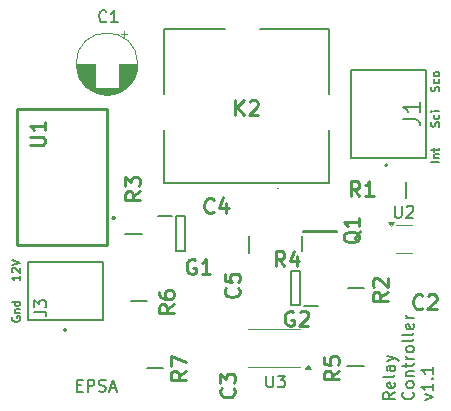
<source format=gbr>
%TF.GenerationSoftware,KiCad,Pcbnew,8.0.2*%
%TF.CreationDate,2024-09-26T13:59:12+02:00*%
%TF.ProjectId,AIR Controller,41495220-436f-46e7-9472-6f6c6c65722e,rev?*%
%TF.SameCoordinates,Original*%
%TF.FileFunction,Legend,Top*%
%TF.FilePolarity,Positive*%
%FSLAX46Y46*%
G04 Gerber Fmt 4.6, Leading zero omitted, Abs format (unit mm)*
G04 Created by KiCad (PCBNEW 8.0.2) date 2024-09-26 13:59:12*
%MOMM*%
%LPD*%
G01*
G04 APERTURE LIST*
%ADD10C,0.175000*%
%ADD11C,0.200000*%
%ADD12C,0.150000*%
%ADD13C,0.254000*%
%ADD14C,0.053000*%
%ADD15C,0.120000*%
%ADD16C,0.127000*%
G04 APERTURE END LIST*
D10*
X187405233Y-64718202D02*
X186705233Y-64718202D01*
X186938566Y-64384869D02*
X187405233Y-64384869D01*
X187005233Y-64384869D02*
X186971900Y-64351536D01*
X186971900Y-64351536D02*
X186938566Y-64284869D01*
X186938566Y-64284869D02*
X186938566Y-64184869D01*
X186938566Y-64184869D02*
X186971900Y-64118202D01*
X186971900Y-64118202D02*
X187038566Y-64084869D01*
X187038566Y-64084869D02*
X187405233Y-64084869D01*
X186938566Y-63851536D02*
X186938566Y-63584869D01*
X186705233Y-63751536D02*
X187305233Y-63751536D01*
X187305233Y-63751536D02*
X187371900Y-63718203D01*
X187371900Y-63718203D02*
X187405233Y-63651536D01*
X187405233Y-63651536D02*
X187405233Y-63584869D01*
X187371900Y-61751535D02*
X187405233Y-61651535D01*
X187405233Y-61651535D02*
X187405233Y-61484869D01*
X187405233Y-61484869D02*
X187371900Y-61418202D01*
X187371900Y-61418202D02*
X187338566Y-61384869D01*
X187338566Y-61384869D02*
X187271900Y-61351535D01*
X187271900Y-61351535D02*
X187205233Y-61351535D01*
X187205233Y-61351535D02*
X187138566Y-61384869D01*
X187138566Y-61384869D02*
X187105233Y-61418202D01*
X187105233Y-61418202D02*
X187071900Y-61484869D01*
X187071900Y-61484869D02*
X187038566Y-61618202D01*
X187038566Y-61618202D02*
X187005233Y-61684869D01*
X187005233Y-61684869D02*
X186971900Y-61718202D01*
X186971900Y-61718202D02*
X186905233Y-61751535D01*
X186905233Y-61751535D02*
X186838566Y-61751535D01*
X186838566Y-61751535D02*
X186771900Y-61718202D01*
X186771900Y-61718202D02*
X186738566Y-61684869D01*
X186738566Y-61684869D02*
X186705233Y-61618202D01*
X186705233Y-61618202D02*
X186705233Y-61451535D01*
X186705233Y-61451535D02*
X186738566Y-61351535D01*
X187371900Y-60751535D02*
X187405233Y-60818202D01*
X187405233Y-60818202D02*
X187405233Y-60951535D01*
X187405233Y-60951535D02*
X187371900Y-61018202D01*
X187371900Y-61018202D02*
X187338566Y-61051535D01*
X187338566Y-61051535D02*
X187271900Y-61084868D01*
X187271900Y-61084868D02*
X187071900Y-61084868D01*
X187071900Y-61084868D02*
X187005233Y-61051535D01*
X187005233Y-61051535D02*
X186971900Y-61018202D01*
X186971900Y-61018202D02*
X186938566Y-60951535D01*
X186938566Y-60951535D02*
X186938566Y-60818202D01*
X186938566Y-60818202D02*
X186971900Y-60751535D01*
X187405233Y-60451535D02*
X186938566Y-60451535D01*
X186705233Y-60451535D02*
X186738566Y-60484868D01*
X186738566Y-60484868D02*
X186771900Y-60451535D01*
X186771900Y-60451535D02*
X186738566Y-60418202D01*
X186738566Y-60418202D02*
X186705233Y-60451535D01*
X186705233Y-60451535D02*
X186771900Y-60451535D01*
X151905233Y-74351535D02*
X151905233Y-74751535D01*
X151905233Y-74551535D02*
X151205233Y-74551535D01*
X151205233Y-74551535D02*
X151305233Y-74618202D01*
X151305233Y-74618202D02*
X151371900Y-74684869D01*
X151371900Y-74684869D02*
X151405233Y-74751535D01*
X151271900Y-74084868D02*
X151238566Y-74051535D01*
X151238566Y-74051535D02*
X151205233Y-73984868D01*
X151205233Y-73984868D02*
X151205233Y-73818202D01*
X151205233Y-73818202D02*
X151238566Y-73751535D01*
X151238566Y-73751535D02*
X151271900Y-73718202D01*
X151271900Y-73718202D02*
X151338566Y-73684868D01*
X151338566Y-73684868D02*
X151405233Y-73684868D01*
X151405233Y-73684868D02*
X151505233Y-73718202D01*
X151505233Y-73718202D02*
X151905233Y-74118202D01*
X151905233Y-74118202D02*
X151905233Y-73684868D01*
X151205233Y-73484868D02*
X151905233Y-73251535D01*
X151905233Y-73251535D02*
X151205233Y-73018201D01*
X151238566Y-77851535D02*
X151205233Y-77918202D01*
X151205233Y-77918202D02*
X151205233Y-78018202D01*
X151205233Y-78018202D02*
X151238566Y-78118202D01*
X151238566Y-78118202D02*
X151305233Y-78184869D01*
X151305233Y-78184869D02*
X151371900Y-78218202D01*
X151371900Y-78218202D02*
X151505233Y-78251535D01*
X151505233Y-78251535D02*
X151605233Y-78251535D01*
X151605233Y-78251535D02*
X151738566Y-78218202D01*
X151738566Y-78218202D02*
X151805233Y-78184869D01*
X151805233Y-78184869D02*
X151871900Y-78118202D01*
X151871900Y-78118202D02*
X151905233Y-78018202D01*
X151905233Y-78018202D02*
X151905233Y-77951535D01*
X151905233Y-77951535D02*
X151871900Y-77851535D01*
X151871900Y-77851535D02*
X151838566Y-77818202D01*
X151838566Y-77818202D02*
X151605233Y-77818202D01*
X151605233Y-77818202D02*
X151605233Y-77951535D01*
X151438566Y-77518202D02*
X151905233Y-77518202D01*
X151505233Y-77518202D02*
X151471900Y-77484869D01*
X151471900Y-77484869D02*
X151438566Y-77418202D01*
X151438566Y-77418202D02*
X151438566Y-77318202D01*
X151438566Y-77318202D02*
X151471900Y-77251535D01*
X151471900Y-77251535D02*
X151538566Y-77218202D01*
X151538566Y-77218202D02*
X151905233Y-77218202D01*
X151905233Y-76584869D02*
X151205233Y-76584869D01*
X151871900Y-76584869D02*
X151905233Y-76651536D01*
X151905233Y-76651536D02*
X151905233Y-76784869D01*
X151905233Y-76784869D02*
X151871900Y-76851536D01*
X151871900Y-76851536D02*
X151838566Y-76884869D01*
X151838566Y-76884869D02*
X151771900Y-76918202D01*
X151771900Y-76918202D02*
X151571900Y-76918202D01*
X151571900Y-76918202D02*
X151505233Y-76884869D01*
X151505233Y-76884869D02*
X151471900Y-76851536D01*
X151471900Y-76851536D02*
X151438566Y-76784869D01*
X151438566Y-76784869D02*
X151438566Y-76651536D01*
X151438566Y-76651536D02*
X151471900Y-76584869D01*
D11*
X183647331Y-84225098D02*
X183171140Y-84558431D01*
X183647331Y-84796526D02*
X182647331Y-84796526D01*
X182647331Y-84796526D02*
X182647331Y-84415574D01*
X182647331Y-84415574D02*
X182694950Y-84320336D01*
X182694950Y-84320336D02*
X182742569Y-84272717D01*
X182742569Y-84272717D02*
X182837807Y-84225098D01*
X182837807Y-84225098D02*
X182980664Y-84225098D01*
X182980664Y-84225098D02*
X183075902Y-84272717D01*
X183075902Y-84272717D02*
X183123521Y-84320336D01*
X183123521Y-84320336D02*
X183171140Y-84415574D01*
X183171140Y-84415574D02*
X183171140Y-84796526D01*
X183599712Y-83415574D02*
X183647331Y-83510812D01*
X183647331Y-83510812D02*
X183647331Y-83701288D01*
X183647331Y-83701288D02*
X183599712Y-83796526D01*
X183599712Y-83796526D02*
X183504473Y-83844145D01*
X183504473Y-83844145D02*
X183123521Y-83844145D01*
X183123521Y-83844145D02*
X183028283Y-83796526D01*
X183028283Y-83796526D02*
X182980664Y-83701288D01*
X182980664Y-83701288D02*
X182980664Y-83510812D01*
X182980664Y-83510812D02*
X183028283Y-83415574D01*
X183028283Y-83415574D02*
X183123521Y-83367955D01*
X183123521Y-83367955D02*
X183218759Y-83367955D01*
X183218759Y-83367955D02*
X183313997Y-83844145D01*
X183647331Y-82796526D02*
X183599712Y-82891764D01*
X183599712Y-82891764D02*
X183504473Y-82939383D01*
X183504473Y-82939383D02*
X182647331Y-82939383D01*
X183647331Y-81987002D02*
X183123521Y-81987002D01*
X183123521Y-81987002D02*
X183028283Y-82034621D01*
X183028283Y-82034621D02*
X182980664Y-82129859D01*
X182980664Y-82129859D02*
X182980664Y-82320335D01*
X182980664Y-82320335D02*
X183028283Y-82415573D01*
X183599712Y-81987002D02*
X183647331Y-82082240D01*
X183647331Y-82082240D02*
X183647331Y-82320335D01*
X183647331Y-82320335D02*
X183599712Y-82415573D01*
X183599712Y-82415573D02*
X183504473Y-82463192D01*
X183504473Y-82463192D02*
X183409235Y-82463192D01*
X183409235Y-82463192D02*
X183313997Y-82415573D01*
X183313997Y-82415573D02*
X183266378Y-82320335D01*
X183266378Y-82320335D02*
X183266378Y-82082240D01*
X183266378Y-82082240D02*
X183218759Y-81987002D01*
X182980664Y-81606049D02*
X183647331Y-81367954D01*
X182980664Y-81129859D02*
X183647331Y-81367954D01*
X183647331Y-81367954D02*
X183885426Y-81463192D01*
X183885426Y-81463192D02*
X183933045Y-81510811D01*
X183933045Y-81510811D02*
X183980664Y-81606049D01*
X185162036Y-84225098D02*
X185209656Y-84272717D01*
X185209656Y-84272717D02*
X185257275Y-84415574D01*
X185257275Y-84415574D02*
X185257275Y-84510812D01*
X185257275Y-84510812D02*
X185209656Y-84653669D01*
X185209656Y-84653669D02*
X185114417Y-84748907D01*
X185114417Y-84748907D02*
X185019179Y-84796526D01*
X185019179Y-84796526D02*
X184828703Y-84844145D01*
X184828703Y-84844145D02*
X184685846Y-84844145D01*
X184685846Y-84844145D02*
X184495370Y-84796526D01*
X184495370Y-84796526D02*
X184400132Y-84748907D01*
X184400132Y-84748907D02*
X184304894Y-84653669D01*
X184304894Y-84653669D02*
X184257275Y-84510812D01*
X184257275Y-84510812D02*
X184257275Y-84415574D01*
X184257275Y-84415574D02*
X184304894Y-84272717D01*
X184304894Y-84272717D02*
X184352513Y-84225098D01*
X185257275Y-83653669D02*
X185209656Y-83748907D01*
X185209656Y-83748907D02*
X185162036Y-83796526D01*
X185162036Y-83796526D02*
X185066798Y-83844145D01*
X185066798Y-83844145D02*
X184781084Y-83844145D01*
X184781084Y-83844145D02*
X184685846Y-83796526D01*
X184685846Y-83796526D02*
X184638227Y-83748907D01*
X184638227Y-83748907D02*
X184590608Y-83653669D01*
X184590608Y-83653669D02*
X184590608Y-83510812D01*
X184590608Y-83510812D02*
X184638227Y-83415574D01*
X184638227Y-83415574D02*
X184685846Y-83367955D01*
X184685846Y-83367955D02*
X184781084Y-83320336D01*
X184781084Y-83320336D02*
X185066798Y-83320336D01*
X185066798Y-83320336D02*
X185162036Y-83367955D01*
X185162036Y-83367955D02*
X185209656Y-83415574D01*
X185209656Y-83415574D02*
X185257275Y-83510812D01*
X185257275Y-83510812D02*
X185257275Y-83653669D01*
X184590608Y-82891764D02*
X185257275Y-82891764D01*
X184685846Y-82891764D02*
X184638227Y-82844145D01*
X184638227Y-82844145D02*
X184590608Y-82748907D01*
X184590608Y-82748907D02*
X184590608Y-82606050D01*
X184590608Y-82606050D02*
X184638227Y-82510812D01*
X184638227Y-82510812D02*
X184733465Y-82463193D01*
X184733465Y-82463193D02*
X185257275Y-82463193D01*
X184590608Y-82129859D02*
X184590608Y-81748907D01*
X184257275Y-81987002D02*
X185114417Y-81987002D01*
X185114417Y-81987002D02*
X185209656Y-81939383D01*
X185209656Y-81939383D02*
X185257275Y-81844145D01*
X185257275Y-81844145D02*
X185257275Y-81748907D01*
X185257275Y-81415573D02*
X184590608Y-81415573D01*
X184781084Y-81415573D02*
X184685846Y-81367954D01*
X184685846Y-81367954D02*
X184638227Y-81320335D01*
X184638227Y-81320335D02*
X184590608Y-81225097D01*
X184590608Y-81225097D02*
X184590608Y-81129859D01*
X185257275Y-80653668D02*
X185209656Y-80748906D01*
X185209656Y-80748906D02*
X185162036Y-80796525D01*
X185162036Y-80796525D02*
X185066798Y-80844144D01*
X185066798Y-80844144D02*
X184781084Y-80844144D01*
X184781084Y-80844144D02*
X184685846Y-80796525D01*
X184685846Y-80796525D02*
X184638227Y-80748906D01*
X184638227Y-80748906D02*
X184590608Y-80653668D01*
X184590608Y-80653668D02*
X184590608Y-80510811D01*
X184590608Y-80510811D02*
X184638227Y-80415573D01*
X184638227Y-80415573D02*
X184685846Y-80367954D01*
X184685846Y-80367954D02*
X184781084Y-80320335D01*
X184781084Y-80320335D02*
X185066798Y-80320335D01*
X185066798Y-80320335D02*
X185162036Y-80367954D01*
X185162036Y-80367954D02*
X185209656Y-80415573D01*
X185209656Y-80415573D02*
X185257275Y-80510811D01*
X185257275Y-80510811D02*
X185257275Y-80653668D01*
X185257275Y-79748906D02*
X185209656Y-79844144D01*
X185209656Y-79844144D02*
X185114417Y-79891763D01*
X185114417Y-79891763D02*
X184257275Y-79891763D01*
X185257275Y-79225096D02*
X185209656Y-79320334D01*
X185209656Y-79320334D02*
X185114417Y-79367953D01*
X185114417Y-79367953D02*
X184257275Y-79367953D01*
X185209656Y-78463191D02*
X185257275Y-78558429D01*
X185257275Y-78558429D02*
X185257275Y-78748905D01*
X185257275Y-78748905D02*
X185209656Y-78844143D01*
X185209656Y-78844143D02*
X185114417Y-78891762D01*
X185114417Y-78891762D02*
X184733465Y-78891762D01*
X184733465Y-78891762D02*
X184638227Y-78844143D01*
X184638227Y-78844143D02*
X184590608Y-78748905D01*
X184590608Y-78748905D02*
X184590608Y-78558429D01*
X184590608Y-78558429D02*
X184638227Y-78463191D01*
X184638227Y-78463191D02*
X184733465Y-78415572D01*
X184733465Y-78415572D02*
X184828703Y-78415572D01*
X184828703Y-78415572D02*
X184923941Y-78891762D01*
X185257275Y-77987000D02*
X184590608Y-77987000D01*
X184781084Y-77987000D02*
X184685846Y-77939381D01*
X184685846Y-77939381D02*
X184638227Y-77891762D01*
X184638227Y-77891762D02*
X184590608Y-77796524D01*
X184590608Y-77796524D02*
X184590608Y-77701286D01*
X186200552Y-84891764D02*
X186867219Y-84653669D01*
X186867219Y-84653669D02*
X186200552Y-84415574D01*
X186867219Y-83510812D02*
X186867219Y-84082240D01*
X186867219Y-83796526D02*
X185867219Y-83796526D01*
X185867219Y-83796526D02*
X186010076Y-83891764D01*
X186010076Y-83891764D02*
X186105314Y-83987002D01*
X186105314Y-83987002D02*
X186152933Y-84082240D01*
X186771980Y-83082240D02*
X186819600Y-83034621D01*
X186819600Y-83034621D02*
X186867219Y-83082240D01*
X186867219Y-83082240D02*
X186819600Y-83129859D01*
X186819600Y-83129859D02*
X186771980Y-83082240D01*
X186771980Y-83082240D02*
X186867219Y-83082240D01*
X186867219Y-82082241D02*
X186867219Y-82653669D01*
X186867219Y-82367955D02*
X185867219Y-82367955D01*
X185867219Y-82367955D02*
X186010076Y-82463193D01*
X186010076Y-82463193D02*
X186105314Y-82558431D01*
X186105314Y-82558431D02*
X186152933Y-82653669D01*
D12*
X156724579Y-83648609D02*
X157057912Y-83648609D01*
X157200769Y-84172419D02*
X156724579Y-84172419D01*
X156724579Y-84172419D02*
X156724579Y-83172419D01*
X156724579Y-83172419D02*
X157200769Y-83172419D01*
X157629341Y-84172419D02*
X157629341Y-83172419D01*
X157629341Y-83172419D02*
X158010293Y-83172419D01*
X158010293Y-83172419D02*
X158105531Y-83220038D01*
X158105531Y-83220038D02*
X158153150Y-83267657D01*
X158153150Y-83267657D02*
X158200769Y-83362895D01*
X158200769Y-83362895D02*
X158200769Y-83505752D01*
X158200769Y-83505752D02*
X158153150Y-83600990D01*
X158153150Y-83600990D02*
X158105531Y-83648609D01*
X158105531Y-83648609D02*
X158010293Y-83696228D01*
X158010293Y-83696228D02*
X157629341Y-83696228D01*
X158581722Y-84124800D02*
X158724579Y-84172419D01*
X158724579Y-84172419D02*
X158962674Y-84172419D01*
X158962674Y-84172419D02*
X159057912Y-84124800D01*
X159057912Y-84124800D02*
X159105531Y-84077180D01*
X159105531Y-84077180D02*
X159153150Y-83981942D01*
X159153150Y-83981942D02*
X159153150Y-83886704D01*
X159153150Y-83886704D02*
X159105531Y-83791466D01*
X159105531Y-83791466D02*
X159057912Y-83743847D01*
X159057912Y-83743847D02*
X158962674Y-83696228D01*
X158962674Y-83696228D02*
X158772198Y-83648609D01*
X158772198Y-83648609D02*
X158676960Y-83600990D01*
X158676960Y-83600990D02*
X158629341Y-83553371D01*
X158629341Y-83553371D02*
X158581722Y-83458133D01*
X158581722Y-83458133D02*
X158581722Y-83362895D01*
X158581722Y-83362895D02*
X158629341Y-83267657D01*
X158629341Y-83267657D02*
X158676960Y-83220038D01*
X158676960Y-83220038D02*
X158772198Y-83172419D01*
X158772198Y-83172419D02*
X159010293Y-83172419D01*
X159010293Y-83172419D02*
X159153150Y-83220038D01*
X159534103Y-83886704D02*
X160010293Y-83886704D01*
X159438865Y-84172419D02*
X159772198Y-83172419D01*
X159772198Y-83172419D02*
X160105531Y-84172419D01*
D10*
X187371900Y-58751535D02*
X187405233Y-58651535D01*
X187405233Y-58651535D02*
X187405233Y-58484869D01*
X187405233Y-58484869D02*
X187371900Y-58418202D01*
X187371900Y-58418202D02*
X187338566Y-58384869D01*
X187338566Y-58384869D02*
X187271900Y-58351535D01*
X187271900Y-58351535D02*
X187205233Y-58351535D01*
X187205233Y-58351535D02*
X187138566Y-58384869D01*
X187138566Y-58384869D02*
X187105233Y-58418202D01*
X187105233Y-58418202D02*
X187071900Y-58484869D01*
X187071900Y-58484869D02*
X187038566Y-58618202D01*
X187038566Y-58618202D02*
X187005233Y-58684869D01*
X187005233Y-58684869D02*
X186971900Y-58718202D01*
X186971900Y-58718202D02*
X186905233Y-58751535D01*
X186905233Y-58751535D02*
X186838566Y-58751535D01*
X186838566Y-58751535D02*
X186771900Y-58718202D01*
X186771900Y-58718202D02*
X186738566Y-58684869D01*
X186738566Y-58684869D02*
X186705233Y-58618202D01*
X186705233Y-58618202D02*
X186705233Y-58451535D01*
X186705233Y-58451535D02*
X186738566Y-58351535D01*
X187371900Y-57751535D02*
X187405233Y-57818202D01*
X187405233Y-57818202D02*
X187405233Y-57951535D01*
X187405233Y-57951535D02*
X187371900Y-58018202D01*
X187371900Y-58018202D02*
X187338566Y-58051535D01*
X187338566Y-58051535D02*
X187271900Y-58084868D01*
X187271900Y-58084868D02*
X187071900Y-58084868D01*
X187071900Y-58084868D02*
X187005233Y-58051535D01*
X187005233Y-58051535D02*
X186971900Y-58018202D01*
X186971900Y-58018202D02*
X186938566Y-57951535D01*
X186938566Y-57951535D02*
X186938566Y-57818202D01*
X186938566Y-57818202D02*
X186971900Y-57751535D01*
X187405233Y-57351535D02*
X187371900Y-57418202D01*
X187371900Y-57418202D02*
X187338566Y-57451535D01*
X187338566Y-57451535D02*
X187271900Y-57484868D01*
X187271900Y-57484868D02*
X187071900Y-57484868D01*
X187071900Y-57484868D02*
X187005233Y-57451535D01*
X187005233Y-57451535D02*
X186971900Y-57418202D01*
X186971900Y-57418202D02*
X186938566Y-57351535D01*
X186938566Y-57351535D02*
X186938566Y-57251535D01*
X186938566Y-57251535D02*
X186971900Y-57184868D01*
X186971900Y-57184868D02*
X187005233Y-57151535D01*
X187005233Y-57151535D02*
X187071900Y-57118202D01*
X187071900Y-57118202D02*
X187271900Y-57118202D01*
X187271900Y-57118202D02*
X187338566Y-57151535D01*
X187338566Y-57151535D02*
X187371900Y-57184868D01*
X187371900Y-57184868D02*
X187405233Y-57251535D01*
X187405233Y-57251535D02*
X187405233Y-57351535D01*
D13*
X180636333Y-67630318D02*
X180212999Y-67025556D01*
X179910618Y-67630318D02*
X179910618Y-66360318D01*
X179910618Y-66360318D02*
X180394428Y-66360318D01*
X180394428Y-66360318D02*
X180515380Y-66420794D01*
X180515380Y-66420794D02*
X180575857Y-66481270D01*
X180575857Y-66481270D02*
X180636333Y-66602222D01*
X180636333Y-66602222D02*
X180636333Y-66783651D01*
X180636333Y-66783651D02*
X180575857Y-66904603D01*
X180575857Y-66904603D02*
X180515380Y-66965080D01*
X180515380Y-66965080D02*
X180394428Y-67025556D01*
X180394428Y-67025556D02*
X179910618Y-67025556D01*
X181845857Y-67630318D02*
X181120142Y-67630318D01*
X181482999Y-67630318D02*
X181482999Y-66360318D01*
X181482999Y-66360318D02*
X181362047Y-66541746D01*
X181362047Y-66541746D02*
X181241095Y-66662699D01*
X181241095Y-66662699D02*
X181120142Y-66723175D01*
X170132118Y-60772818D02*
X170132118Y-59502818D01*
X170857833Y-60772818D02*
X170313547Y-60047103D01*
X170857833Y-59502818D02*
X170132118Y-60228532D01*
X171341642Y-59623770D02*
X171402118Y-59563294D01*
X171402118Y-59563294D02*
X171523071Y-59502818D01*
X171523071Y-59502818D02*
X171825452Y-59502818D01*
X171825452Y-59502818D02*
X171946404Y-59563294D01*
X171946404Y-59563294D02*
X172006880Y-59623770D01*
X172006880Y-59623770D02*
X172067357Y-59744722D01*
X172067357Y-59744722D02*
X172067357Y-59865675D01*
X172067357Y-59865675D02*
X172006880Y-60047103D01*
X172006880Y-60047103D02*
X171281166Y-60772818D01*
X171281166Y-60772818D02*
X172067357Y-60772818D01*
X170379365Y-75395666D02*
X170439842Y-75456142D01*
X170439842Y-75456142D02*
X170500318Y-75637571D01*
X170500318Y-75637571D02*
X170500318Y-75758523D01*
X170500318Y-75758523D02*
X170439842Y-75939952D01*
X170439842Y-75939952D02*
X170318889Y-76060904D01*
X170318889Y-76060904D02*
X170197937Y-76121381D01*
X170197937Y-76121381D02*
X169956032Y-76181857D01*
X169956032Y-76181857D02*
X169774603Y-76181857D01*
X169774603Y-76181857D02*
X169532699Y-76121381D01*
X169532699Y-76121381D02*
X169411746Y-76060904D01*
X169411746Y-76060904D02*
X169290794Y-75939952D01*
X169290794Y-75939952D02*
X169230318Y-75758523D01*
X169230318Y-75758523D02*
X169230318Y-75637571D01*
X169230318Y-75637571D02*
X169290794Y-75456142D01*
X169290794Y-75456142D02*
X169351270Y-75395666D01*
X169230318Y-74246619D02*
X169230318Y-74851381D01*
X169230318Y-74851381D02*
X169835080Y-74911857D01*
X169835080Y-74911857D02*
X169774603Y-74851381D01*
X169774603Y-74851381D02*
X169714127Y-74730428D01*
X169714127Y-74730428D02*
X169714127Y-74428047D01*
X169714127Y-74428047D02*
X169774603Y-74307095D01*
X169774603Y-74307095D02*
X169835080Y-74246619D01*
X169835080Y-74246619D02*
X169956032Y-74186142D01*
X169956032Y-74186142D02*
X170258413Y-74186142D01*
X170258413Y-74186142D02*
X170379365Y-74246619D01*
X170379365Y-74246619D02*
X170439842Y-74307095D01*
X170439842Y-74307095D02*
X170500318Y-74428047D01*
X170500318Y-74428047D02*
X170500318Y-74730428D01*
X170500318Y-74730428D02*
X170439842Y-74851381D01*
X170439842Y-74851381D02*
X170379365Y-74911857D01*
D12*
X172770895Y-82817619D02*
X172770895Y-83627142D01*
X172770895Y-83627142D02*
X172818514Y-83722380D01*
X172818514Y-83722380D02*
X172866133Y-83770000D01*
X172866133Y-83770000D02*
X172961371Y-83817619D01*
X172961371Y-83817619D02*
X173151847Y-83817619D01*
X173151847Y-83817619D02*
X173247085Y-83770000D01*
X173247085Y-83770000D02*
X173294704Y-83722380D01*
X173294704Y-83722380D02*
X173342323Y-83627142D01*
X173342323Y-83627142D02*
X173342323Y-82817619D01*
X173723276Y-82817619D02*
X174342323Y-82817619D01*
X174342323Y-82817619D02*
X174008990Y-83198571D01*
X174008990Y-83198571D02*
X174151847Y-83198571D01*
X174151847Y-83198571D02*
X174247085Y-83246190D01*
X174247085Y-83246190D02*
X174294704Y-83293809D01*
X174294704Y-83293809D02*
X174342323Y-83389047D01*
X174342323Y-83389047D02*
X174342323Y-83627142D01*
X174342323Y-83627142D02*
X174294704Y-83722380D01*
X174294704Y-83722380D02*
X174247085Y-83770000D01*
X174247085Y-83770000D02*
X174151847Y-83817619D01*
X174151847Y-83817619D02*
X173866133Y-83817619D01*
X173866133Y-83817619D02*
X173770895Y-83770000D01*
X173770895Y-83770000D02*
X173723276Y-83722380D01*
D13*
X175038657Y-77418994D02*
X174917704Y-77358518D01*
X174917704Y-77358518D02*
X174736276Y-77358518D01*
X174736276Y-77358518D02*
X174554847Y-77418994D01*
X174554847Y-77418994D02*
X174433895Y-77539946D01*
X174433895Y-77539946D02*
X174373418Y-77660899D01*
X174373418Y-77660899D02*
X174312942Y-77902803D01*
X174312942Y-77902803D02*
X174312942Y-78084232D01*
X174312942Y-78084232D02*
X174373418Y-78326137D01*
X174373418Y-78326137D02*
X174433895Y-78447089D01*
X174433895Y-78447089D02*
X174554847Y-78568042D01*
X174554847Y-78568042D02*
X174736276Y-78628518D01*
X174736276Y-78628518D02*
X174857228Y-78628518D01*
X174857228Y-78628518D02*
X175038657Y-78568042D01*
X175038657Y-78568042D02*
X175099133Y-78507565D01*
X175099133Y-78507565D02*
X175099133Y-78084232D01*
X175099133Y-78084232D02*
X174857228Y-78084232D01*
X175582942Y-77479470D02*
X175643418Y-77418994D01*
X175643418Y-77418994D02*
X175764371Y-77358518D01*
X175764371Y-77358518D02*
X176066752Y-77358518D01*
X176066752Y-77358518D02*
X176187704Y-77418994D01*
X176187704Y-77418994D02*
X176248180Y-77479470D01*
X176248180Y-77479470D02*
X176308657Y-77600422D01*
X176308657Y-77600422D02*
X176308657Y-77721375D01*
X176308657Y-77721375D02*
X176248180Y-77902803D01*
X176248180Y-77902803D02*
X175522466Y-78628518D01*
X175522466Y-78628518D02*
X176308657Y-78628518D01*
X164937718Y-76792666D02*
X164332956Y-77216000D01*
X164937718Y-77518381D02*
X163667718Y-77518381D01*
X163667718Y-77518381D02*
X163667718Y-77034571D01*
X163667718Y-77034571D02*
X163728194Y-76913619D01*
X163728194Y-76913619D02*
X163788670Y-76853142D01*
X163788670Y-76853142D02*
X163909622Y-76792666D01*
X163909622Y-76792666D02*
X164091051Y-76792666D01*
X164091051Y-76792666D02*
X164212003Y-76853142D01*
X164212003Y-76853142D02*
X164272480Y-76913619D01*
X164272480Y-76913619D02*
X164332956Y-77034571D01*
X164332956Y-77034571D02*
X164332956Y-77518381D01*
X163667718Y-75704095D02*
X163667718Y-75946000D01*
X163667718Y-75946000D02*
X163728194Y-76066952D01*
X163728194Y-76066952D02*
X163788670Y-76127428D01*
X163788670Y-76127428D02*
X163970099Y-76248381D01*
X163970099Y-76248381D02*
X164212003Y-76308857D01*
X164212003Y-76308857D02*
X164695813Y-76308857D01*
X164695813Y-76308857D02*
X164816765Y-76248381D01*
X164816765Y-76248381D02*
X164877242Y-76187904D01*
X164877242Y-76187904D02*
X164937718Y-76066952D01*
X164937718Y-76066952D02*
X164937718Y-75825047D01*
X164937718Y-75825047D02*
X164877242Y-75704095D01*
X164877242Y-75704095D02*
X164816765Y-75643619D01*
X164816765Y-75643619D02*
X164695813Y-75583142D01*
X164695813Y-75583142D02*
X164393432Y-75583142D01*
X164393432Y-75583142D02*
X164272480Y-75643619D01*
X164272480Y-75643619D02*
X164212003Y-75704095D01*
X164212003Y-75704095D02*
X164151527Y-75825047D01*
X164151527Y-75825047D02*
X164151527Y-76066952D01*
X164151527Y-76066952D02*
X164212003Y-76187904D01*
X164212003Y-76187904D02*
X164272480Y-76248381D01*
X164272480Y-76248381D02*
X164393432Y-76308857D01*
X183022518Y-75776666D02*
X182417756Y-76200000D01*
X183022518Y-76502381D02*
X181752518Y-76502381D01*
X181752518Y-76502381D02*
X181752518Y-76018571D01*
X181752518Y-76018571D02*
X181812994Y-75897619D01*
X181812994Y-75897619D02*
X181873470Y-75837142D01*
X181873470Y-75837142D02*
X181994422Y-75776666D01*
X181994422Y-75776666D02*
X182175851Y-75776666D01*
X182175851Y-75776666D02*
X182296803Y-75837142D01*
X182296803Y-75837142D02*
X182357280Y-75897619D01*
X182357280Y-75897619D02*
X182417756Y-76018571D01*
X182417756Y-76018571D02*
X182417756Y-76502381D01*
X181873470Y-75292857D02*
X181812994Y-75232381D01*
X181812994Y-75232381D02*
X181752518Y-75111428D01*
X181752518Y-75111428D02*
X181752518Y-74809047D01*
X181752518Y-74809047D02*
X181812994Y-74688095D01*
X181812994Y-74688095D02*
X181873470Y-74627619D01*
X181873470Y-74627619D02*
X181994422Y-74567142D01*
X181994422Y-74567142D02*
X182115375Y-74567142D01*
X182115375Y-74567142D02*
X182296803Y-74627619D01*
X182296803Y-74627619D02*
X183022518Y-75353333D01*
X183022518Y-75353333D02*
X183022518Y-74567142D01*
X180695270Y-70620952D02*
X180634794Y-70741904D01*
X180634794Y-70741904D02*
X180513842Y-70862857D01*
X180513842Y-70862857D02*
X180332413Y-71044285D01*
X180332413Y-71044285D02*
X180271937Y-71165238D01*
X180271937Y-71165238D02*
X180271937Y-71286190D01*
X180574318Y-71225714D02*
X180513842Y-71346666D01*
X180513842Y-71346666D02*
X180392889Y-71467619D01*
X180392889Y-71467619D02*
X180150984Y-71528095D01*
X180150984Y-71528095D02*
X179727651Y-71528095D01*
X179727651Y-71528095D02*
X179485746Y-71467619D01*
X179485746Y-71467619D02*
X179364794Y-71346666D01*
X179364794Y-71346666D02*
X179304318Y-71225714D01*
X179304318Y-71225714D02*
X179304318Y-70983809D01*
X179304318Y-70983809D02*
X179364794Y-70862857D01*
X179364794Y-70862857D02*
X179485746Y-70741904D01*
X179485746Y-70741904D02*
X179727651Y-70681428D01*
X179727651Y-70681428D02*
X180150984Y-70681428D01*
X180150984Y-70681428D02*
X180392889Y-70741904D01*
X180392889Y-70741904D02*
X180513842Y-70862857D01*
X180513842Y-70862857D02*
X180574318Y-70983809D01*
X180574318Y-70983809D02*
X180574318Y-71225714D01*
X180574318Y-69471904D02*
X180574318Y-70197619D01*
X180574318Y-69834762D02*
X179304318Y-69834762D01*
X179304318Y-69834762D02*
X179485746Y-69955714D01*
X179485746Y-69955714D02*
X179606699Y-70076666D01*
X179606699Y-70076666D02*
X179667175Y-70197619D01*
X185970333Y-77085165D02*
X185909857Y-77145642D01*
X185909857Y-77145642D02*
X185728428Y-77206118D01*
X185728428Y-77206118D02*
X185607476Y-77206118D01*
X185607476Y-77206118D02*
X185426047Y-77145642D01*
X185426047Y-77145642D02*
X185305095Y-77024689D01*
X185305095Y-77024689D02*
X185244618Y-76903737D01*
X185244618Y-76903737D02*
X185184142Y-76661832D01*
X185184142Y-76661832D02*
X185184142Y-76480403D01*
X185184142Y-76480403D02*
X185244618Y-76238499D01*
X185244618Y-76238499D02*
X185305095Y-76117546D01*
X185305095Y-76117546D02*
X185426047Y-75996594D01*
X185426047Y-75996594D02*
X185607476Y-75936118D01*
X185607476Y-75936118D02*
X185728428Y-75936118D01*
X185728428Y-75936118D02*
X185909857Y-75996594D01*
X185909857Y-75996594D02*
X185970333Y-76057070D01*
X186454142Y-76057070D02*
X186514618Y-75996594D01*
X186514618Y-75996594D02*
X186635571Y-75936118D01*
X186635571Y-75936118D02*
X186937952Y-75936118D01*
X186937952Y-75936118D02*
X187058904Y-75996594D01*
X187058904Y-75996594D02*
X187119380Y-76057070D01*
X187119380Y-76057070D02*
X187179857Y-76178022D01*
X187179857Y-76178022D02*
X187179857Y-76298975D01*
X187179857Y-76298975D02*
X187119380Y-76480403D01*
X187119380Y-76480403D02*
X186393666Y-77206118D01*
X186393666Y-77206118D02*
X187179857Y-77206118D01*
D12*
X184351866Y-61096466D02*
X185351866Y-61096466D01*
X185351866Y-61096466D02*
X185551866Y-61163133D01*
X185551866Y-61163133D02*
X185685200Y-61296466D01*
X185685200Y-61296466D02*
X185751866Y-61496466D01*
X185751866Y-61496466D02*
X185751866Y-61629800D01*
X185751866Y-59696466D02*
X185751866Y-60496466D01*
X185751866Y-60096466D02*
X184351866Y-60096466D01*
X184351866Y-60096466D02*
X184551866Y-60229799D01*
X184551866Y-60229799D02*
X184685200Y-60363133D01*
X184685200Y-60363133D02*
X184751866Y-60496466D01*
X153124819Y-77422333D02*
X153839104Y-77422333D01*
X153839104Y-77422333D02*
X153981961Y-77469952D01*
X153981961Y-77469952D02*
X154077200Y-77565190D01*
X154077200Y-77565190D02*
X154124819Y-77708047D01*
X154124819Y-77708047D02*
X154124819Y-77803285D01*
X153124819Y-77041380D02*
X153124819Y-76422333D01*
X153124819Y-76422333D02*
X153505771Y-76755666D01*
X153505771Y-76755666D02*
X153505771Y-76612809D01*
X153505771Y-76612809D02*
X153553390Y-76517571D01*
X153553390Y-76517571D02*
X153601009Y-76469952D01*
X153601009Y-76469952D02*
X153696247Y-76422333D01*
X153696247Y-76422333D02*
X153934342Y-76422333D01*
X153934342Y-76422333D02*
X154029580Y-76469952D01*
X154029580Y-76469952D02*
X154077200Y-76517571D01*
X154077200Y-76517571D02*
X154124819Y-76612809D01*
X154124819Y-76612809D02*
X154124819Y-76898523D01*
X154124819Y-76898523D02*
X154077200Y-76993761D01*
X154077200Y-76993761D02*
X154029580Y-77041380D01*
D13*
X169998365Y-83879266D02*
X170058842Y-83939742D01*
X170058842Y-83939742D02*
X170119318Y-84121171D01*
X170119318Y-84121171D02*
X170119318Y-84242123D01*
X170119318Y-84242123D02*
X170058842Y-84423552D01*
X170058842Y-84423552D02*
X169937889Y-84544504D01*
X169937889Y-84544504D02*
X169816937Y-84604981D01*
X169816937Y-84604981D02*
X169575032Y-84665457D01*
X169575032Y-84665457D02*
X169393603Y-84665457D01*
X169393603Y-84665457D02*
X169151699Y-84604981D01*
X169151699Y-84604981D02*
X169030746Y-84544504D01*
X169030746Y-84544504D02*
X168909794Y-84423552D01*
X168909794Y-84423552D02*
X168849318Y-84242123D01*
X168849318Y-84242123D02*
X168849318Y-84121171D01*
X168849318Y-84121171D02*
X168909794Y-83939742D01*
X168909794Y-83939742D02*
X168970270Y-83879266D01*
X168849318Y-83455933D02*
X168849318Y-82669742D01*
X168849318Y-82669742D02*
X169333127Y-83093076D01*
X169333127Y-83093076D02*
X169333127Y-82911647D01*
X169333127Y-82911647D02*
X169393603Y-82790695D01*
X169393603Y-82790695D02*
X169454080Y-82730219D01*
X169454080Y-82730219D02*
X169575032Y-82669742D01*
X169575032Y-82669742D02*
X169877413Y-82669742D01*
X169877413Y-82669742D02*
X169998365Y-82730219D01*
X169998365Y-82730219D02*
X170058842Y-82790695D01*
X170058842Y-82790695D02*
X170119318Y-82911647D01*
X170119318Y-82911647D02*
X170119318Y-83274504D01*
X170119318Y-83274504D02*
X170058842Y-83395457D01*
X170058842Y-83395457D02*
X169998365Y-83455933D01*
X168288333Y-68953365D02*
X168227857Y-69013842D01*
X168227857Y-69013842D02*
X168046428Y-69074318D01*
X168046428Y-69074318D02*
X167925476Y-69074318D01*
X167925476Y-69074318D02*
X167744047Y-69013842D01*
X167744047Y-69013842D02*
X167623095Y-68892889D01*
X167623095Y-68892889D02*
X167562618Y-68771937D01*
X167562618Y-68771937D02*
X167502142Y-68530032D01*
X167502142Y-68530032D02*
X167502142Y-68348603D01*
X167502142Y-68348603D02*
X167562618Y-68106699D01*
X167562618Y-68106699D02*
X167623095Y-67985746D01*
X167623095Y-67985746D02*
X167744047Y-67864794D01*
X167744047Y-67864794D02*
X167925476Y-67804318D01*
X167925476Y-67804318D02*
X168046428Y-67804318D01*
X168046428Y-67804318D02*
X168227857Y-67864794D01*
X168227857Y-67864794D02*
X168288333Y-67925270D01*
X169376904Y-68227651D02*
X169376904Y-69074318D01*
X169074523Y-67743842D02*
X168772142Y-68650984D01*
X168772142Y-68650984D02*
X169558333Y-68650984D01*
X166727857Y-73024794D02*
X166606904Y-72964318D01*
X166606904Y-72964318D02*
X166425476Y-72964318D01*
X166425476Y-72964318D02*
X166244047Y-73024794D01*
X166244047Y-73024794D02*
X166123095Y-73145746D01*
X166123095Y-73145746D02*
X166062618Y-73266699D01*
X166062618Y-73266699D02*
X166002142Y-73508603D01*
X166002142Y-73508603D02*
X166002142Y-73690032D01*
X166002142Y-73690032D02*
X166062618Y-73931937D01*
X166062618Y-73931937D02*
X166123095Y-74052889D01*
X166123095Y-74052889D02*
X166244047Y-74173842D01*
X166244047Y-74173842D02*
X166425476Y-74234318D01*
X166425476Y-74234318D02*
X166546428Y-74234318D01*
X166546428Y-74234318D02*
X166727857Y-74173842D01*
X166727857Y-74173842D02*
X166788333Y-74113365D01*
X166788333Y-74113365D02*
X166788333Y-73690032D01*
X166788333Y-73690032D02*
X166546428Y-73690032D01*
X167997857Y-74234318D02*
X167272142Y-74234318D01*
X167634999Y-74234318D02*
X167634999Y-72964318D01*
X167634999Y-72964318D02*
X167514047Y-73145746D01*
X167514047Y-73145746D02*
X167393095Y-73266699D01*
X167393095Y-73266699D02*
X167272142Y-73327175D01*
X174288333Y-73574318D02*
X173864999Y-72969556D01*
X173562618Y-73574318D02*
X173562618Y-72304318D01*
X173562618Y-72304318D02*
X174046428Y-72304318D01*
X174046428Y-72304318D02*
X174167380Y-72364794D01*
X174167380Y-72364794D02*
X174227857Y-72425270D01*
X174227857Y-72425270D02*
X174288333Y-72546222D01*
X174288333Y-72546222D02*
X174288333Y-72727651D01*
X174288333Y-72727651D02*
X174227857Y-72848603D01*
X174227857Y-72848603D02*
X174167380Y-72909080D01*
X174167380Y-72909080D02*
X174046428Y-72969556D01*
X174046428Y-72969556D02*
X173562618Y-72969556D01*
X175376904Y-72727651D02*
X175376904Y-73574318D01*
X175074523Y-72243842D02*
X174772142Y-73150984D01*
X174772142Y-73150984D02*
X175558333Y-73150984D01*
X178907718Y-82406066D02*
X178302956Y-82829400D01*
X178907718Y-83131781D02*
X177637718Y-83131781D01*
X177637718Y-83131781D02*
X177637718Y-82647971D01*
X177637718Y-82647971D02*
X177698194Y-82527019D01*
X177698194Y-82527019D02*
X177758670Y-82466542D01*
X177758670Y-82466542D02*
X177879622Y-82406066D01*
X177879622Y-82406066D02*
X178061051Y-82406066D01*
X178061051Y-82406066D02*
X178182003Y-82466542D01*
X178182003Y-82466542D02*
X178242480Y-82527019D01*
X178242480Y-82527019D02*
X178302956Y-82647971D01*
X178302956Y-82647971D02*
X178302956Y-83131781D01*
X177637718Y-81257019D02*
X177637718Y-81861781D01*
X177637718Y-81861781D02*
X178242480Y-81922257D01*
X178242480Y-81922257D02*
X178182003Y-81861781D01*
X178182003Y-81861781D02*
X178121527Y-81740828D01*
X178121527Y-81740828D02*
X178121527Y-81438447D01*
X178121527Y-81438447D02*
X178182003Y-81317495D01*
X178182003Y-81317495D02*
X178242480Y-81257019D01*
X178242480Y-81257019D02*
X178363432Y-81196542D01*
X178363432Y-81196542D02*
X178665813Y-81196542D01*
X178665813Y-81196542D02*
X178786765Y-81257019D01*
X178786765Y-81257019D02*
X178847242Y-81317495D01*
X178847242Y-81317495D02*
X178907718Y-81438447D01*
X178907718Y-81438447D02*
X178907718Y-81740828D01*
X178907718Y-81740828D02*
X178847242Y-81861781D01*
X178847242Y-81861781D02*
X178786765Y-81922257D01*
X165928318Y-82431466D02*
X165323556Y-82854800D01*
X165928318Y-83157181D02*
X164658318Y-83157181D01*
X164658318Y-83157181D02*
X164658318Y-82673371D01*
X164658318Y-82673371D02*
X164718794Y-82552419D01*
X164718794Y-82552419D02*
X164779270Y-82491942D01*
X164779270Y-82491942D02*
X164900222Y-82431466D01*
X164900222Y-82431466D02*
X165081651Y-82431466D01*
X165081651Y-82431466D02*
X165202603Y-82491942D01*
X165202603Y-82491942D02*
X165263080Y-82552419D01*
X165263080Y-82552419D02*
X165323556Y-82673371D01*
X165323556Y-82673371D02*
X165323556Y-83157181D01*
X164658318Y-82008133D02*
X164658318Y-81161466D01*
X164658318Y-81161466D02*
X165928318Y-81705752D01*
X152720318Y-63324619D02*
X153748413Y-63324619D01*
X153748413Y-63324619D02*
X153869365Y-63264142D01*
X153869365Y-63264142D02*
X153929842Y-63203666D01*
X153929842Y-63203666D02*
X153990318Y-63082714D01*
X153990318Y-63082714D02*
X153990318Y-62840809D01*
X153990318Y-62840809D02*
X153929842Y-62719857D01*
X153929842Y-62719857D02*
X153869365Y-62659380D01*
X153869365Y-62659380D02*
X153748413Y-62598904D01*
X153748413Y-62598904D02*
X152720318Y-62598904D01*
X153990318Y-61328904D02*
X153990318Y-62054619D01*
X153990318Y-61691762D02*
X152720318Y-61691762D01*
X152720318Y-61691762D02*
X152901746Y-61812714D01*
X152901746Y-61812714D02*
X153022699Y-61933666D01*
X153022699Y-61933666D02*
X153083175Y-62054619D01*
X162074318Y-67211666D02*
X161469556Y-67635000D01*
X162074318Y-67937381D02*
X160804318Y-67937381D01*
X160804318Y-67937381D02*
X160804318Y-67453571D01*
X160804318Y-67453571D02*
X160864794Y-67332619D01*
X160864794Y-67332619D02*
X160925270Y-67272142D01*
X160925270Y-67272142D02*
X161046222Y-67211666D01*
X161046222Y-67211666D02*
X161227651Y-67211666D01*
X161227651Y-67211666D02*
X161348603Y-67272142D01*
X161348603Y-67272142D02*
X161409080Y-67332619D01*
X161409080Y-67332619D02*
X161469556Y-67453571D01*
X161469556Y-67453571D02*
X161469556Y-67937381D01*
X160804318Y-66788333D02*
X160804318Y-66002142D01*
X160804318Y-66002142D02*
X161288127Y-66425476D01*
X161288127Y-66425476D02*
X161288127Y-66244047D01*
X161288127Y-66244047D02*
X161348603Y-66123095D01*
X161348603Y-66123095D02*
X161409080Y-66062619D01*
X161409080Y-66062619D02*
X161530032Y-66002142D01*
X161530032Y-66002142D02*
X161832413Y-66002142D01*
X161832413Y-66002142D02*
X161953365Y-66062619D01*
X161953365Y-66062619D02*
X162013842Y-66123095D01*
X162013842Y-66123095D02*
X162074318Y-66244047D01*
X162074318Y-66244047D02*
X162074318Y-66606904D01*
X162074318Y-66606904D02*
X162013842Y-66727857D01*
X162013842Y-66727857D02*
X161953365Y-66788333D01*
D12*
X183642095Y-68451819D02*
X183642095Y-69261342D01*
X183642095Y-69261342D02*
X183689714Y-69356580D01*
X183689714Y-69356580D02*
X183737333Y-69404200D01*
X183737333Y-69404200D02*
X183832571Y-69451819D01*
X183832571Y-69451819D02*
X184023047Y-69451819D01*
X184023047Y-69451819D02*
X184118285Y-69404200D01*
X184118285Y-69404200D02*
X184165904Y-69356580D01*
X184165904Y-69356580D02*
X184213523Y-69261342D01*
X184213523Y-69261342D02*
X184213523Y-68451819D01*
X184642095Y-68547057D02*
X184689714Y-68499438D01*
X184689714Y-68499438D02*
X184784952Y-68451819D01*
X184784952Y-68451819D02*
X185023047Y-68451819D01*
X185023047Y-68451819D02*
X185118285Y-68499438D01*
X185118285Y-68499438D02*
X185165904Y-68547057D01*
X185165904Y-68547057D02*
X185213523Y-68642295D01*
X185213523Y-68642295D02*
X185213523Y-68737533D01*
X185213523Y-68737533D02*
X185165904Y-68880390D01*
X185165904Y-68880390D02*
X184594476Y-69451819D01*
X184594476Y-69451819D02*
X185213523Y-69451819D01*
X159218335Y-52810580D02*
X159170716Y-52858200D01*
X159170716Y-52858200D02*
X159027859Y-52905819D01*
X159027859Y-52905819D02*
X158932621Y-52905819D01*
X158932621Y-52905819D02*
X158789764Y-52858200D01*
X158789764Y-52858200D02*
X158694526Y-52762961D01*
X158694526Y-52762961D02*
X158646907Y-52667723D01*
X158646907Y-52667723D02*
X158599288Y-52477247D01*
X158599288Y-52477247D02*
X158599288Y-52334390D01*
X158599288Y-52334390D02*
X158646907Y-52143914D01*
X158646907Y-52143914D02*
X158694526Y-52048676D01*
X158694526Y-52048676D02*
X158789764Y-51953438D01*
X158789764Y-51953438D02*
X158932621Y-51905819D01*
X158932621Y-51905819D02*
X159027859Y-51905819D01*
X159027859Y-51905819D02*
X159170716Y-51953438D01*
X159170716Y-51953438D02*
X159218335Y-52001057D01*
X160170716Y-52905819D02*
X159599288Y-52905819D01*
X159885002Y-52905819D02*
X159885002Y-51905819D01*
X159885002Y-51905819D02*
X159789764Y-52048676D01*
X159789764Y-52048676D02*
X159694526Y-52143914D01*
X159694526Y-52143914D02*
X159599288Y-52191533D01*
D11*
%TO.C,R1*%
X184598000Y-66399000D02*
X184598000Y-67799000D01*
%TO.C,K2*%
X164069500Y-53506500D02*
X164069500Y-59006500D01*
X164069500Y-66506500D02*
X164069500Y-62006500D01*
X164219500Y-53506500D02*
X164069500Y-53506500D01*
X169219500Y-53506500D02*
X164219500Y-53506500D01*
D14*
X173705500Y-66962500D02*
X173705500Y-66962500D01*
X173758500Y-66962500D02*
X173758500Y-66962500D01*
D11*
X178069500Y-53506500D02*
X172219500Y-53506500D01*
X178069500Y-59006500D02*
X178069500Y-53506500D01*
X178069500Y-62006500D02*
X178069500Y-66506500D01*
X178069500Y-66506500D02*
X164069500Y-66506500D01*
D14*
X173705500Y-66961500D02*
G75*
G02*
X173758500Y-66962500I26500J-500D01*
G01*
X173758500Y-66961500D02*
G75*
G02*
X173705500Y-66962500I-26500J-500D01*
G01*
D15*
%TO.C,U3*%
X173398100Y-78917800D02*
X171198100Y-78917800D01*
X173398100Y-78917800D02*
X175598100Y-78917800D01*
X173398100Y-82137800D02*
X171198100Y-82137800D01*
X173398100Y-82137800D02*
X175598100Y-82137800D01*
X176538100Y-82292800D02*
X176058100Y-82292800D01*
X176298100Y-81962800D01*
X176538100Y-82292800D01*
G36*
X176538100Y-82292800D02*
G01*
X176058100Y-82292800D01*
X176298100Y-81962800D01*
X176538100Y-82292800D01*
G37*
D11*
%TO.C,G2*%
X174885000Y-73988000D02*
X175635000Y-73988000D01*
X174885000Y-76888000D02*
X174885000Y-73988000D01*
X175635000Y-73988000D02*
X175635000Y-76888000D01*
X175635000Y-76888000D02*
X174885000Y-76888000D01*
X177135000Y-76938000D02*
X175985000Y-76938000D01*
%TO.C,R6*%
X161275800Y-76479400D02*
X162675800Y-76479400D01*
%TO.C,R2*%
X179640000Y-75412000D02*
X181040000Y-75412000D01*
%TO.C,Q1*%
X175792000Y-72312000D02*
X175792000Y-71012000D01*
X175832000Y-70562000D02*
X178752000Y-70562000D01*
X175832000Y-70662000D02*
X175832000Y-70562000D01*
X178752000Y-70562000D02*
X178752000Y-70662000D01*
X178752000Y-70662000D02*
X175832000Y-70662000D01*
D16*
%TO.C,J1*%
X179900000Y-56971000D02*
X179900000Y-64441000D01*
X179900000Y-64441000D02*
X186250000Y-64441000D01*
X186250000Y-56971000D02*
X179900000Y-56971000D01*
X186250000Y-64441000D02*
X186250000Y-56971000D01*
D11*
X183000000Y-65006000D02*
G75*
G02*
X182800000Y-65006000I-100000J0D01*
G01*
X182800000Y-65006000D02*
G75*
G02*
X183000000Y-65006000I100000J0D01*
G01*
D16*
%TO.C,J3*%
X152602000Y-73227000D02*
X158952000Y-73227000D01*
X152602000Y-78157000D02*
X152602000Y-73227000D01*
X158952000Y-73227000D02*
X158952000Y-78157000D01*
X158952000Y-78157000D02*
X152602000Y-78157000D01*
D11*
X155802000Y-78962000D02*
G75*
G02*
X155602000Y-78962000I-100000J0D01*
G01*
X155602000Y-78962000D02*
G75*
G02*
X155802000Y-78962000I100000J0D01*
G01*
%TO.C,G1*%
X163625000Y-69300000D02*
X164775000Y-69300000D01*
X165125000Y-69350000D02*
X165875000Y-69350000D01*
X165125000Y-72250000D02*
X165125000Y-69350000D01*
X165875000Y-69350000D02*
X165875000Y-72250000D01*
X165875000Y-72250000D02*
X165125000Y-72250000D01*
%TO.C,R4*%
X171253732Y-71026311D02*
X171253732Y-72426311D01*
%TO.C,R5*%
X179614000Y-82042000D02*
X181014000Y-82042000D01*
%TO.C,R7*%
X162622000Y-82143600D02*
X164022000Y-82143600D01*
D13*
%TO.C,U1*%
X151676000Y-60290000D02*
X151676000Y-71790000D01*
X151676000Y-71790000D02*
X159226000Y-71790000D01*
X159226000Y-60290000D02*
X151676000Y-60290000D01*
X159226000Y-71790000D02*
X159226000Y-60290000D01*
X159928000Y-69484000D02*
G75*
G02*
X159750000Y-69484000I-89000J0D01*
G01*
X159750000Y-69484000D02*
G75*
G02*
X159928000Y-69484000I89000J0D01*
G01*
D11*
%TO.C,R3*%
X162200000Y-70866000D02*
X160800000Y-70866000D01*
D15*
%TO.C,U2*%
X183694000Y-70087000D02*
X185104000Y-70087000D01*
X183704000Y-72407000D02*
X185104000Y-72407000D01*
X183324000Y-70137000D02*
X183084000Y-69807000D01*
X183564000Y-69807000D01*
X183324000Y-70137000D01*
G36*
X183324000Y-70137000D02*
G01*
X183084000Y-69807000D01*
X183564000Y-69807000D01*
X183324000Y-70137000D01*
G37*
%TO.C,C1*%
X158218000Y-56432888D02*
X156678000Y-56432888D01*
X158218000Y-56472888D02*
X156678000Y-56472888D01*
X158218000Y-56512888D02*
X156679000Y-56512888D01*
X158218000Y-56552888D02*
X156680000Y-56552888D01*
X158218000Y-56592888D02*
X156682000Y-56592888D01*
X158218000Y-56632888D02*
X156685000Y-56632888D01*
X158218000Y-56672888D02*
X156689000Y-56672888D01*
X158218000Y-56712888D02*
X156693000Y-56712888D01*
X158218000Y-56752888D02*
X156697000Y-56752888D01*
X158218000Y-56792888D02*
X156702000Y-56792888D01*
X158218000Y-56832888D02*
X156708000Y-56832888D01*
X158218000Y-56872888D02*
X156715000Y-56872888D01*
X158218000Y-56912888D02*
X156722000Y-56912888D01*
X158218000Y-56952888D02*
X156730000Y-56952888D01*
X158218000Y-56992888D02*
X156738000Y-56992888D01*
X158218000Y-57032888D02*
X156747000Y-57032888D01*
X158218000Y-57072888D02*
X156757000Y-57072888D01*
X158218000Y-57112888D02*
X156767000Y-57112888D01*
X158218000Y-57153888D02*
X156778000Y-57153888D01*
X158218000Y-57193888D02*
X156790000Y-57193888D01*
X158218000Y-57233888D02*
X156803000Y-57233888D01*
X158218000Y-57273888D02*
X156816000Y-57273888D01*
X158218000Y-57313888D02*
X156830000Y-57313888D01*
X158218000Y-57353888D02*
X156844000Y-57353888D01*
X158218000Y-57393888D02*
X156860000Y-57393888D01*
X158218000Y-57433888D02*
X156876000Y-57433888D01*
X158218000Y-57473888D02*
X156893000Y-57473888D01*
X158218000Y-57513888D02*
X156910000Y-57513888D01*
X158218000Y-57553888D02*
X156929000Y-57553888D01*
X158218000Y-57593888D02*
X156948000Y-57593888D01*
X158218000Y-57633888D02*
X156968000Y-57633888D01*
X158218000Y-57673888D02*
X156990000Y-57673888D01*
X158218000Y-57713888D02*
X157011000Y-57713888D01*
X158218000Y-57753888D02*
X157034000Y-57753888D01*
X158218000Y-57793888D02*
X157058000Y-57793888D01*
X158218000Y-57833888D02*
X157083000Y-57833888D01*
X158218000Y-57873888D02*
X157109000Y-57873888D01*
X158218000Y-57913888D02*
X157136000Y-57913888D01*
X158218000Y-57953888D02*
X157163000Y-57953888D01*
X158218000Y-57993888D02*
X157193000Y-57993888D01*
X158218000Y-58033888D02*
X157223000Y-58033888D01*
X158218000Y-58073888D02*
X157254000Y-58073888D01*
X158218000Y-58113888D02*
X157287000Y-58113888D01*
X158218000Y-58153888D02*
X157321000Y-58153888D01*
X158218000Y-58193888D02*
X157357000Y-58193888D01*
X158218000Y-58233888D02*
X157394000Y-58233888D01*
X158218000Y-58273888D02*
X157432000Y-58273888D01*
X158218000Y-58313888D02*
X157473000Y-58313888D01*
X158218000Y-58353888D02*
X157515000Y-58353888D01*
X158218000Y-58393888D02*
X157559000Y-58393888D01*
X158218000Y-58433888D02*
X157605000Y-58433888D01*
X159542000Y-59033888D02*
X158974000Y-59033888D01*
X159776000Y-58993888D02*
X158740000Y-58993888D01*
X159935000Y-58953888D02*
X158581000Y-58953888D01*
X160063000Y-58913888D02*
X158453000Y-58913888D01*
X160173000Y-58873888D02*
X158343000Y-58873888D01*
X160269000Y-58833888D02*
X158247000Y-58833888D01*
X160356000Y-58793888D02*
X158160000Y-58793888D01*
X160436000Y-58753888D02*
X158080000Y-58753888D01*
X160509000Y-58713888D02*
X158007000Y-58713888D01*
X160577000Y-58673888D02*
X157939000Y-58673888D01*
X160641000Y-58633888D02*
X157875000Y-58633888D01*
X160701000Y-58593888D02*
X157815000Y-58593888D01*
X160733000Y-53628113D02*
X160733000Y-54128113D01*
X160758000Y-58553888D02*
X157758000Y-58553888D01*
X160812000Y-58513888D02*
X157704000Y-58513888D01*
X160863000Y-58473888D02*
X157653000Y-58473888D01*
X160911000Y-58433888D02*
X160298000Y-58433888D01*
X160957000Y-58393888D02*
X160298000Y-58393888D01*
X160983000Y-53878113D02*
X160483000Y-53878113D01*
X161001000Y-58353888D02*
X160298000Y-58353888D01*
X161043000Y-58313888D02*
X160298000Y-58313888D01*
X161084000Y-58273888D02*
X160298000Y-58273888D01*
X161122000Y-58233888D02*
X160298000Y-58233888D01*
X161159000Y-58193888D02*
X160298000Y-58193888D01*
X161195000Y-58153888D02*
X160298000Y-58153888D01*
X161229000Y-58113888D02*
X160298000Y-58113888D01*
X161262000Y-58073888D02*
X160298000Y-58073888D01*
X161293000Y-58033888D02*
X160298000Y-58033888D01*
X161323000Y-57993888D02*
X160298000Y-57993888D01*
X161353000Y-57953888D02*
X160298000Y-57953888D01*
X161380000Y-57913888D02*
X160298000Y-57913888D01*
X161407000Y-57873888D02*
X160298000Y-57873888D01*
X161433000Y-57833888D02*
X160298000Y-57833888D01*
X161458000Y-57793888D02*
X160298000Y-57793888D01*
X161482000Y-57753888D02*
X160298000Y-57753888D01*
X161505000Y-57713888D02*
X160298000Y-57713888D01*
X161526000Y-57673888D02*
X160298000Y-57673888D01*
X161548000Y-57633888D02*
X160298000Y-57633888D01*
X161568000Y-57593888D02*
X160298000Y-57593888D01*
X161587000Y-57553888D02*
X160298000Y-57553888D01*
X161606000Y-57513888D02*
X160298000Y-57513888D01*
X161623000Y-57473888D02*
X160298000Y-57473888D01*
X161640000Y-57433888D02*
X160298000Y-57433888D01*
X161656000Y-57393888D02*
X160298000Y-57393888D01*
X161672000Y-57353888D02*
X160298000Y-57353888D01*
X161686000Y-57313888D02*
X160298000Y-57313888D01*
X161700000Y-57273888D02*
X160298000Y-57273888D01*
X161713000Y-57233888D02*
X160298000Y-57233888D01*
X161726000Y-57193888D02*
X160298000Y-57193888D01*
X161738000Y-57153888D02*
X160298000Y-57153888D01*
X161749000Y-57112888D02*
X160298000Y-57112888D01*
X161759000Y-57072888D02*
X160298000Y-57072888D01*
X161769000Y-57032888D02*
X160298000Y-57032888D01*
X161778000Y-56992888D02*
X160298000Y-56992888D01*
X161786000Y-56952888D02*
X160298000Y-56952888D01*
X161794000Y-56912888D02*
X160298000Y-56912888D01*
X161801000Y-56872888D02*
X160298000Y-56872888D01*
X161808000Y-56832888D02*
X160298000Y-56832888D01*
X161814000Y-56792888D02*
X160298000Y-56792888D01*
X161819000Y-56752888D02*
X160298000Y-56752888D01*
X161823000Y-56712888D02*
X160298000Y-56712888D01*
X161827000Y-56672888D02*
X160298000Y-56672888D01*
X161831000Y-56632888D02*
X160298000Y-56632888D01*
X161834000Y-56592888D02*
X160298000Y-56592888D01*
X161836000Y-56552888D02*
X160298000Y-56552888D01*
X161837000Y-56512888D02*
X160298000Y-56512888D01*
X161838000Y-56432888D02*
X160298000Y-56432888D01*
X161838000Y-56472888D02*
X160298000Y-56472888D01*
X161878000Y-56432888D02*
G75*
G02*
X156638000Y-56432888I-2620000J0D01*
G01*
X156638000Y-56432888D02*
G75*
G02*
X161878000Y-56432888I2620000J0D01*
G01*
%TD*%
M02*

</source>
